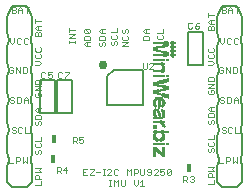
<source format=gto>
G75*
%MOIN*%
%OFA0B0*%
%FSLAX24Y24*%
%IPPOS*%
%LPD*%
%AMOC8*
5,1,8,0,0,1.08239X$1,22.5*
%
%ADD10C,0.0040*%
%ADD11C,0.0080*%
%ADD12R,0.0007X0.0042*%
%ADD13R,0.0007X0.0035*%
%ADD14R,0.0007X0.0028*%
%ADD15R,0.0007X0.0099*%
%ADD16R,0.0007X0.0106*%
%ADD17R,0.0007X0.0092*%
%ADD18R,0.0007X0.0120*%
%ADD19R,0.0007X0.0113*%
%ADD20R,0.0007X0.0085*%
%ADD21R,0.0007X0.0333*%
%ADD22R,0.0007X0.0099*%
%ADD23R,0.0007X0.0106*%
%ADD24R,0.0007X0.0092*%
%ADD25R,0.0007X0.0163*%
%ADD26R,0.0007X0.0149*%
%ADD27R,0.0007X0.0092*%
%ADD28R,0.0007X0.0127*%
%ADD29R,0.0007X0.0333*%
%ADD30R,0.0007X0.0099*%
%ADD31R,0.0007X0.0106*%
%ADD32R,0.0007X0.0092*%
%ADD33R,0.0007X0.0113*%
%ADD34R,0.0007X0.0191*%
%ADD35R,0.0007X0.0177*%
%ADD36R,0.0007X0.0092*%
%ADD37R,0.0007X0.0149*%
%ADD38R,0.0007X0.0333*%
%ADD39R,0.0007X0.0120*%
%ADD40R,0.0007X0.0212*%
%ADD41R,0.0007X0.0191*%
%ADD42R,0.0007X0.0092*%
%ADD43R,0.0007X0.0177*%
%ADD44R,0.0007X0.0120*%
%ADD45R,0.0007X0.0234*%
%ADD46R,0.0007X0.0205*%
%ADD47R,0.0007X0.0099*%
%ADD48R,0.0007X0.0120*%
%ADD49R,0.0007X0.0092*%
%ADD50R,0.0007X0.0113*%
%ADD51R,0.0007X0.0120*%
%ADD52R,0.0007X0.0255*%
%ADD53R,0.0007X0.0220*%
%ADD54R,0.0007X0.0092*%
%ADD55R,0.0007X0.0106*%
%ADD56R,0.0007X0.0198*%
%ADD57R,0.0007X0.0333*%
%ADD58R,0.0007X0.0135*%
%ADD59R,0.0007X0.0127*%
%ADD60R,0.0007X0.0269*%
%ADD61R,0.0007X0.0326*%
%ADD62R,0.0007X0.0212*%
%ADD63R,0.0007X0.0135*%
%ADD64R,0.0007X0.0127*%
%ADD65R,0.0007X0.0127*%
%ADD66R,0.0007X0.0283*%
%ADD67R,0.0007X0.0333*%
%ADD68R,0.0007X0.0227*%
%ADD69R,0.0007X0.0135*%
%ADD70R,0.0007X0.0127*%
%ADD71R,0.0007X0.0290*%
%ADD72R,0.0007X0.0333*%
%ADD73R,0.0007X0.0135*%
%ADD74R,0.0007X0.0297*%
%ADD75R,0.0007X0.0340*%
%ADD76R,0.0007X0.0149*%
%ADD77R,0.0007X0.0135*%
%ADD78R,0.0007X0.0142*%
%ADD79R,0.0007X0.0312*%
%ADD80R,0.0007X0.0156*%
%ADD81R,0.0007X0.0340*%
%ADD82R,0.0007X0.0142*%
%ADD83R,0.0007X0.0120*%
%ADD84R,0.0007X0.0142*%
%ADD85R,0.0007X0.0326*%
%ADD86R,0.0007X0.0149*%
%ADD87R,0.0007X0.0142*%
%ADD88R,0.0007X0.0106*%
%ADD89R,0.0007X0.0127*%
%ADD90R,0.0007X0.0135*%
%ADD91R,0.0007X0.0113*%
%ADD92R,0.0007X0.0163*%
%ADD93R,0.0007X0.0163*%
%ADD94R,0.0007X0.0156*%
%ADD95R,0.0007X0.0113*%
%ADD96R,0.0007X0.0120*%
%ADD97R,0.0007X0.0163*%
%ADD98R,0.0007X0.0163*%
%ADD99R,0.0007X0.0085*%
%ADD100R,0.0007X0.0170*%
%ADD101R,0.0007X0.0177*%
%ADD102R,0.0007X0.0085*%
%ADD103R,0.0007X0.0078*%
%ADD104R,0.0007X0.0177*%
%ADD105R,0.0007X0.0106*%
%ADD106R,0.0007X0.0113*%
%ADD107R,0.0007X0.0085*%
%ADD108R,0.0007X0.0177*%
%ADD109R,0.0007X0.0085*%
%ADD110R,0.0007X0.0177*%
%ADD111R,0.0007X0.0177*%
%ADD112R,0.0007X0.0099*%
%ADD113R,0.0007X0.0184*%
%ADD114R,0.0007X0.0099*%
%ADD115R,0.0007X0.0368*%
%ADD116R,0.0007X0.0191*%
%ADD117R,0.0007X0.0368*%
%ADD118R,0.0007X0.0163*%
%ADD119R,0.0007X0.0184*%
%ADD120R,0.0007X0.0368*%
%ADD121R,0.0007X0.0290*%
%ADD122R,0.0007X0.0113*%
%ADD123R,0.0007X0.0085*%
%ADD124R,0.0007X0.0368*%
%ADD125R,0.0007X0.0276*%
%ADD126R,0.0007X0.0361*%
%ADD127R,0.0007X0.0255*%
%ADD128R,0.0007X0.0085*%
%ADD129R,0.0007X0.0361*%
%ADD130R,0.0007X0.0220*%
%ADD131R,0.0007X0.0361*%
%ADD132R,0.0007X0.0099*%
%ADD133R,0.0007X0.0106*%
%ADD134R,0.0007X0.0106*%
%ADD135R,0.0007X0.0120*%
%ADD136R,0.0007X0.0219*%
%ADD137R,0.0007X0.0142*%
%ADD138R,0.0007X0.0219*%
%ADD139R,0.0007X0.0312*%
%ADD140R,0.0007X0.0219*%
%ADD141R,0.0007X0.0347*%
%ADD142R,0.0007X0.0312*%
%ADD143R,0.0007X0.0304*%
%ADD144R,0.0007X0.0340*%
%ADD145R,0.0007X0.0312*%
%ADD146R,0.0007X0.0234*%
%ADD147R,0.0007X0.0297*%
%ADD148R,0.0007X0.0219*%
%ADD149R,0.0007X0.0312*%
%ADD150R,0.0007X0.0227*%
%ADD151R,0.0007X0.0283*%
%ADD152R,0.0007X0.0290*%
%ADD153R,0.0007X0.0269*%
%ADD154R,0.0007X0.0205*%
%ADD155R,0.0007X0.0184*%
%ADD156R,0.0007X0.0255*%
%ADD157R,0.0007X0.0198*%
%ADD158R,0.0007X0.0191*%
%ADD159R,0.0007X0.0184*%
%ADD160R,0.0007X0.0241*%
%ADD161R,0.0007X0.0255*%
%ADD162R,0.0007X0.0191*%
%ADD163R,0.0007X0.0198*%
%ADD164R,0.0007X0.0184*%
%ADD165R,0.0007X0.0234*%
%ADD166R,0.0007X0.0212*%
%ADD167R,0.0007X0.0184*%
%ADD168R,0.0007X0.0170*%
%ADD169R,0.0007X0.0170*%
%ADD170R,0.0007X0.0156*%
%ADD171R,0.0007X0.0035*%
%ADD172R,0.0007X0.0170*%
%ADD173R,0.0007X0.0042*%
%ADD174R,0.0007X0.0064*%
%ADD175R,0.0007X0.0028*%
%ADD176R,0.0007X0.0035*%
%ADD177R,0.0007X0.0156*%
%ADD178R,0.0007X0.0177*%
%ADD179R,0.0007X0.0170*%
%ADD180R,0.0007X0.0028*%
%ADD181R,0.0007X0.0028*%
%ADD182R,0.0007X0.0057*%
%ADD183R,0.0007X0.0057*%
%ADD184R,0.0007X0.0042*%
%ADD185R,0.0007X0.0043*%
%ADD186R,0.0007X0.0050*%
%ADD187R,0.0007X0.0050*%
%ADD188R,0.0007X0.0043*%
%ADD189R,0.0007X0.0043*%
%ADD190R,0.0007X0.0035*%
%ADD191R,0.0007X0.0035*%
%ADD192R,0.0007X0.0078*%
%ADD193R,0.0007X0.0064*%
%ADD194C,0.0050*%
%ADD195C,0.0300*%
%ADD196R,0.0160X0.0280*%
D10*
X002242Y001693D02*
X002442Y001693D01*
X002442Y001827D01*
X002442Y001914D02*
X002242Y001914D01*
X002242Y002014D01*
X002276Y002048D01*
X002342Y002048D01*
X002376Y002014D01*
X002376Y001914D01*
X002442Y002135D02*
X002242Y002135D01*
X002376Y002202D02*
X002442Y002269D01*
X002242Y002269D01*
X002376Y002202D02*
X002442Y002135D01*
X001955Y002441D02*
X001955Y002642D01*
X001822Y002642D02*
X001822Y002441D01*
X001889Y002508D01*
X001955Y002441D01*
X001734Y002542D02*
X001701Y002508D01*
X001601Y002508D01*
X001601Y002441D02*
X001601Y002642D01*
X001701Y002642D01*
X001734Y002608D01*
X001734Y002542D01*
X001513Y002441D02*
X001380Y002441D01*
X001380Y002642D01*
X001492Y003426D02*
X001459Y003459D01*
X001492Y003426D02*
X001559Y003426D01*
X001592Y003459D01*
X001592Y003492D01*
X001559Y003526D01*
X001492Y003526D01*
X001459Y003559D01*
X001459Y003592D01*
X001492Y003626D01*
X001559Y003626D01*
X001592Y003592D01*
X001680Y003592D02*
X001680Y003459D01*
X001713Y003426D01*
X001780Y003426D01*
X001813Y003459D01*
X001901Y003426D02*
X002034Y003426D01*
X001901Y003426D02*
X001901Y003626D01*
X001813Y003592D02*
X001780Y003626D01*
X001713Y003626D01*
X001680Y003592D01*
X002242Y003735D02*
X002276Y003701D01*
X002309Y003701D01*
X002342Y003735D01*
X002342Y003801D01*
X002376Y003835D01*
X002409Y003835D01*
X002442Y003801D01*
X002442Y003735D01*
X002409Y003701D01*
X002242Y003735D02*
X002242Y003801D01*
X002276Y003835D01*
X002242Y003922D02*
X002242Y004022D01*
X002276Y004056D01*
X002409Y004056D01*
X002442Y004022D01*
X002442Y003922D01*
X002242Y003922D01*
X002309Y004143D02*
X002242Y004210D01*
X002309Y004277D01*
X002442Y004277D01*
X002342Y004277D02*
X002342Y004143D01*
X002309Y004143D02*
X002442Y004143D01*
X001995Y004449D02*
X001995Y004583D01*
X001928Y004649D01*
X001861Y004583D01*
X001861Y004449D01*
X001774Y004483D02*
X001774Y004616D01*
X001740Y004649D01*
X001640Y004649D01*
X001640Y004449D01*
X001740Y004449D01*
X001774Y004483D01*
X001861Y004549D02*
X001995Y004549D01*
X002242Y004680D02*
X002276Y004646D01*
X002409Y004646D01*
X002442Y004680D01*
X002442Y004746D01*
X002409Y004780D01*
X002342Y004780D01*
X002342Y004713D01*
X002342Y004780D01*
X002409Y004780D01*
X002442Y004746D01*
X002442Y004680D01*
X002409Y004646D01*
X002276Y004646D01*
X002242Y004680D01*
X002242Y004746D01*
X002276Y004780D01*
X002242Y004746D01*
X002242Y004680D01*
X002242Y004867D02*
X002442Y005001D01*
X002242Y005001D01*
X002442Y005001D01*
X002242Y004867D01*
X002442Y004867D01*
X002242Y004867D01*
X002242Y005088D02*
X002242Y005188D01*
X002276Y005222D01*
X002409Y005222D01*
X002442Y005188D01*
X002442Y005088D01*
X002242Y005088D01*
X002242Y005188D01*
X002276Y005222D01*
X002409Y005222D01*
X002442Y005188D01*
X002442Y005088D01*
X002242Y005088D01*
X002451Y005319D02*
X002484Y005286D01*
X002551Y005286D01*
X002584Y005319D01*
X002672Y005319D02*
X002705Y005286D01*
X002772Y005286D01*
X002805Y005319D01*
X002805Y005386D01*
X002772Y005419D01*
X002738Y005419D01*
X002672Y005386D01*
X002672Y005486D01*
X002805Y005486D01*
X003007Y005450D02*
X003007Y005317D01*
X003040Y005283D01*
X003107Y005283D01*
X003140Y005317D01*
X003228Y005317D02*
X003228Y005283D01*
X003228Y005317D02*
X003361Y005450D01*
X003361Y005483D01*
X003228Y005483D01*
X003140Y005450D02*
X003107Y005483D01*
X003040Y005483D01*
X003007Y005450D01*
X002584Y005452D02*
X002551Y005486D01*
X002484Y005486D01*
X002451Y005452D01*
X002451Y005319D01*
X002379Y005715D02*
X002246Y005715D01*
X002379Y005715D02*
X002446Y005782D01*
X002379Y005849D01*
X002246Y005849D01*
X002279Y005936D02*
X002413Y005936D01*
X002446Y005970D01*
X002446Y006037D01*
X002413Y006070D01*
X002413Y006157D02*
X002279Y006157D01*
X002246Y006191D01*
X002246Y006258D01*
X002279Y006291D01*
X002413Y006291D02*
X002446Y006258D01*
X002446Y006191D01*
X002413Y006157D01*
X002279Y006070D02*
X002246Y006037D01*
X002246Y005970D01*
X002279Y005936D01*
X001955Y005600D02*
X001922Y005634D01*
X001822Y005634D01*
X001822Y005434D01*
X001922Y005434D01*
X001955Y005467D01*
X001955Y005600D01*
X001734Y005634D02*
X001734Y005434D01*
X001601Y005634D01*
X001601Y005434D01*
X001513Y005467D02*
X001513Y005534D01*
X001447Y005534D01*
X001513Y005600D02*
X001480Y005634D01*
X001413Y005634D01*
X001380Y005600D01*
X001380Y005467D01*
X001413Y005434D01*
X001480Y005434D01*
X001513Y005467D01*
X001519Y004649D02*
X001453Y004649D01*
X001419Y004616D01*
X001419Y004583D01*
X001453Y004549D01*
X001519Y004549D01*
X001553Y004516D01*
X001553Y004483D01*
X001519Y004449D01*
X001453Y004449D01*
X001419Y004483D01*
X001553Y004616D02*
X001519Y004649D01*
X002434Y003316D02*
X002434Y003183D01*
X002234Y003183D01*
X002268Y003095D02*
X002234Y003062D01*
X002234Y002995D01*
X002268Y002962D01*
X002401Y002962D01*
X002434Y002995D01*
X002434Y003062D01*
X002401Y003095D01*
X002401Y002874D02*
X002434Y002841D01*
X002434Y002774D01*
X002401Y002741D01*
X002334Y002774D02*
X002334Y002841D01*
X002368Y002874D01*
X002401Y002874D01*
X002334Y002774D02*
X002301Y002741D01*
X002268Y002741D01*
X002234Y002774D01*
X002234Y002841D01*
X002268Y002874D01*
X002962Y002299D02*
X003062Y002299D01*
X003095Y002266D01*
X003095Y002199D01*
X003062Y002166D01*
X002962Y002166D01*
X003028Y002166D02*
X003095Y002099D01*
X003183Y002199D02*
X003316Y002199D01*
X003283Y002099D02*
X003283Y002299D01*
X003183Y002199D01*
X002962Y002099D02*
X002962Y002299D01*
X003836Y002243D02*
X003836Y002043D01*
X003969Y002043D01*
X004057Y002043D02*
X004057Y002077D01*
X004190Y002210D01*
X004190Y002243D01*
X004057Y002243D01*
X003969Y002243D02*
X003836Y002243D01*
X003836Y002143D02*
X003902Y002143D01*
X004057Y002043D02*
X004190Y002043D01*
X004278Y002143D02*
X004411Y002143D01*
X004499Y002043D02*
X004565Y002043D01*
X004532Y002043D02*
X004532Y002243D01*
X004499Y002243D02*
X004565Y002243D01*
X004646Y002210D02*
X004679Y002243D01*
X004746Y002243D01*
X004779Y002210D01*
X004779Y002177D01*
X004646Y002043D01*
X004779Y002043D01*
X004867Y002077D02*
X004900Y002043D01*
X004967Y002043D01*
X005000Y002077D01*
X005000Y002210D02*
X004967Y002243D01*
X004900Y002243D01*
X004867Y002210D01*
X004867Y002077D01*
X004867Y001883D02*
X004934Y001817D01*
X005000Y001883D01*
X005000Y001683D01*
X005088Y001717D02*
X005121Y001683D01*
X005188Y001683D01*
X005221Y001717D01*
X005221Y001883D01*
X005309Y002043D02*
X005309Y002243D01*
X005376Y002177D01*
X005442Y002243D01*
X005442Y002043D01*
X005530Y002043D02*
X005530Y002243D01*
X005630Y002243D01*
X005663Y002210D01*
X005663Y002143D01*
X005630Y002110D01*
X005530Y002110D01*
X005530Y001883D02*
X005530Y001750D01*
X005597Y001683D01*
X005663Y001750D01*
X005663Y001883D01*
X005751Y001817D02*
X005818Y001883D01*
X005818Y001683D01*
X005884Y001683D02*
X005751Y001683D01*
X005784Y002043D02*
X005851Y002043D01*
X005884Y002077D01*
X005884Y002243D01*
X005972Y002210D02*
X005972Y002177D01*
X006005Y002143D01*
X006105Y002143D01*
X006105Y002077D02*
X006105Y002210D01*
X006072Y002243D01*
X006005Y002243D01*
X005972Y002210D01*
X005972Y002077D02*
X006005Y002043D01*
X006072Y002043D01*
X006105Y002077D01*
X006193Y002043D02*
X006326Y002177D01*
X006326Y002210D01*
X006293Y002243D01*
X006226Y002243D01*
X006193Y002210D01*
X006193Y002043D02*
X006326Y002043D01*
X006414Y002077D02*
X006447Y002043D01*
X006514Y002043D01*
X006547Y002077D01*
X006547Y002143D01*
X006514Y002177D01*
X006481Y002177D01*
X006414Y002143D01*
X006414Y002243D01*
X006547Y002243D01*
X006635Y002210D02*
X006635Y002077D01*
X006768Y002210D01*
X006768Y002077D01*
X006735Y002043D01*
X006668Y002043D01*
X006635Y002077D01*
X006635Y002210D02*
X006668Y002243D01*
X006735Y002243D01*
X006768Y002210D01*
X007185Y002005D02*
X007185Y001805D01*
X007185Y001872D02*
X007285Y001872D01*
X007318Y001905D01*
X007318Y001972D01*
X007285Y002005D01*
X007185Y002005D01*
X007251Y001872D02*
X007318Y001805D01*
X007406Y001838D02*
X007439Y001805D01*
X007506Y001805D01*
X007539Y001838D01*
X007539Y001872D01*
X007506Y001905D01*
X007472Y001905D01*
X007506Y001905D02*
X007539Y001939D01*
X007539Y001972D01*
X007506Y002005D01*
X007439Y002005D01*
X007406Y001972D01*
X008018Y001958D02*
X008018Y002058D01*
X008051Y002091D01*
X008118Y002091D01*
X008151Y002058D01*
X008151Y001958D01*
X008218Y001958D02*
X008018Y001958D01*
X008218Y001870D02*
X008218Y001737D01*
X008018Y001737D01*
X008018Y002179D02*
X008218Y002179D01*
X008151Y002245D01*
X008218Y002312D01*
X008018Y002312D01*
X008380Y002441D02*
X008513Y002441D01*
X008601Y002441D02*
X008601Y002642D01*
X008701Y002642D01*
X008734Y002608D01*
X008734Y002542D01*
X008701Y002508D01*
X008601Y002508D01*
X008822Y002441D02*
X008822Y002642D01*
X008955Y002642D02*
X008955Y002441D01*
X008889Y002508D01*
X008822Y002441D01*
X008380Y002441D02*
X008380Y002642D01*
X008218Y002833D02*
X008185Y002800D01*
X008218Y002833D02*
X008218Y002900D01*
X008185Y002933D01*
X008151Y002933D01*
X008118Y002900D01*
X008118Y002833D01*
X008085Y002800D01*
X008051Y002800D01*
X008018Y002833D01*
X008018Y002900D01*
X008051Y002933D01*
X008051Y003021D02*
X008185Y003021D01*
X008218Y003054D01*
X008218Y003121D01*
X008185Y003154D01*
X008218Y003242D02*
X008018Y003242D01*
X008051Y003154D02*
X008018Y003121D01*
X008018Y003054D01*
X008051Y003021D01*
X008218Y003242D02*
X008218Y003375D01*
X008459Y003459D02*
X008492Y003426D01*
X008559Y003426D01*
X008592Y003459D01*
X008592Y003492D01*
X008559Y003526D01*
X008492Y003526D01*
X008459Y003559D01*
X008459Y003592D01*
X008492Y003626D01*
X008559Y003626D01*
X008592Y003592D01*
X008680Y003592D02*
X008680Y003459D01*
X008713Y003426D01*
X008780Y003426D01*
X008813Y003459D01*
X008901Y003426D02*
X009034Y003426D01*
X008901Y003426D02*
X008901Y003626D01*
X008813Y003592D02*
X008780Y003626D01*
X008713Y003626D01*
X008680Y003592D01*
X008218Y003778D02*
X008185Y003745D01*
X008218Y003778D02*
X008218Y003845D01*
X008185Y003878D01*
X008151Y003878D01*
X008118Y003845D01*
X008118Y003778D01*
X008085Y003745D01*
X008051Y003745D01*
X008018Y003778D01*
X008018Y003845D01*
X008051Y003878D01*
X008018Y003966D02*
X008018Y004066D01*
X008051Y004099D01*
X008185Y004099D01*
X008218Y004066D01*
X008218Y003966D01*
X008018Y003966D01*
X008085Y004187D02*
X008018Y004253D01*
X008085Y004320D01*
X008218Y004320D01*
X008118Y004320D02*
X008118Y004187D01*
X008085Y004187D02*
X008218Y004187D01*
X008453Y004449D02*
X008419Y004483D01*
X008453Y004449D02*
X008519Y004449D01*
X008553Y004483D01*
X008553Y004516D01*
X008519Y004549D01*
X008453Y004549D01*
X008419Y004583D01*
X008419Y004616D01*
X008453Y004649D01*
X008519Y004649D01*
X008553Y004616D01*
X008640Y004649D02*
X008740Y004649D01*
X008774Y004616D01*
X008774Y004483D01*
X008740Y004449D01*
X008640Y004449D01*
X008640Y004649D01*
X008861Y004583D02*
X008861Y004449D01*
X008861Y004549D02*
X008995Y004549D01*
X008995Y004583D02*
X008995Y004449D01*
X008995Y004583D02*
X008928Y004649D01*
X008861Y004583D01*
X008218Y004762D02*
X008218Y004829D01*
X008185Y004862D01*
X008118Y004862D01*
X008118Y004796D01*
X008051Y004862D02*
X008018Y004829D01*
X008018Y004762D01*
X008051Y004729D01*
X008185Y004729D01*
X008218Y004762D01*
X008218Y004950D02*
X008018Y004950D01*
X008218Y005083D01*
X008018Y005083D01*
X008018Y005171D02*
X008018Y005271D01*
X008051Y005304D01*
X008185Y005304D01*
X008218Y005271D01*
X008218Y005171D01*
X008018Y005171D01*
X008380Y005467D02*
X008413Y005434D01*
X008480Y005434D01*
X008513Y005467D01*
X008513Y005534D01*
X008447Y005534D01*
X008513Y005600D02*
X008480Y005634D01*
X008413Y005634D01*
X008380Y005600D01*
X008380Y005467D01*
X008601Y005434D02*
X008601Y005634D01*
X008734Y005434D01*
X008734Y005634D01*
X008822Y005634D02*
X008922Y005634D01*
X008955Y005600D01*
X008955Y005467D01*
X008922Y005434D01*
X008822Y005434D01*
X008822Y005634D01*
X008218Y005780D02*
X008151Y005847D01*
X008018Y005847D01*
X008051Y005934D02*
X008185Y005934D01*
X008218Y005967D01*
X008218Y006034D01*
X008185Y006068D01*
X008185Y006155D02*
X008051Y006155D01*
X008018Y006188D01*
X008018Y006255D01*
X008051Y006288D01*
X008185Y006288D02*
X008218Y006255D01*
X008218Y006188D01*
X008185Y006155D01*
X008051Y006068D02*
X008018Y006034D01*
X008018Y005967D01*
X008051Y005934D01*
X008218Y005780D02*
X008151Y005713D01*
X008018Y005713D01*
X008486Y006418D02*
X008553Y006485D01*
X008553Y006618D01*
X008640Y006585D02*
X008640Y006451D01*
X008674Y006418D01*
X008740Y006418D01*
X008774Y006451D01*
X008861Y006451D02*
X008895Y006418D01*
X008961Y006418D01*
X008995Y006451D01*
X008861Y006451D02*
X008861Y006585D01*
X008895Y006618D01*
X008961Y006618D01*
X008995Y006585D01*
X008774Y006585D02*
X008740Y006618D01*
X008674Y006618D01*
X008640Y006585D01*
X008419Y006618D02*
X008419Y006485D01*
X008486Y006418D01*
X008194Y006863D02*
X007994Y006863D01*
X007994Y006963D01*
X008028Y006996D01*
X008061Y006996D01*
X008094Y006963D01*
X008094Y006863D01*
X008094Y006963D02*
X008128Y006996D01*
X008161Y006996D01*
X008194Y006963D01*
X008194Y006863D01*
X008194Y007084D02*
X008061Y007084D01*
X007994Y007150D01*
X008061Y007217D01*
X008194Y007217D01*
X008094Y007217D02*
X008094Y007084D01*
X007994Y007305D02*
X007994Y007438D01*
X007994Y007371D02*
X008194Y007371D01*
X008459Y007441D02*
X008559Y007441D01*
X008592Y007475D01*
X008592Y007508D01*
X008559Y007542D01*
X008459Y007542D01*
X008459Y007642D02*
X008459Y007441D01*
X008559Y007542D02*
X008592Y007575D01*
X008592Y007608D01*
X008559Y007642D01*
X008459Y007642D01*
X008680Y007575D02*
X008680Y007441D01*
X008680Y007542D02*
X008813Y007542D01*
X008813Y007575D02*
X008813Y007441D01*
X008813Y007575D02*
X008746Y007642D01*
X008680Y007575D01*
X008901Y007642D02*
X009034Y007642D01*
X008967Y007642D02*
X008967Y007441D01*
X007706Y007124D02*
X007640Y007091D01*
X007573Y007024D01*
X007673Y007024D01*
X007706Y006991D01*
X007706Y006958D01*
X007673Y006924D01*
X007606Y006924D01*
X007573Y006958D01*
X007573Y007024D01*
X007485Y006958D02*
X007452Y006924D01*
X007385Y006924D01*
X007352Y006958D01*
X007352Y007091D01*
X007385Y007124D01*
X007452Y007124D01*
X007485Y007091D01*
X006520Y006916D02*
X006520Y006783D01*
X006320Y006783D01*
X006353Y006695D02*
X006320Y006662D01*
X006320Y006595D01*
X006353Y006562D01*
X006487Y006562D01*
X006520Y006595D01*
X006520Y006662D01*
X006487Y006695D01*
X006049Y006657D02*
X006049Y006557D01*
X005849Y006557D01*
X005849Y006657D01*
X005883Y006690D01*
X006016Y006690D01*
X006049Y006657D01*
X006049Y006778D02*
X005916Y006778D01*
X005849Y006844D01*
X005916Y006911D01*
X006049Y006911D01*
X005949Y006911D02*
X005949Y006778D01*
X005324Y006809D02*
X005290Y006776D01*
X005324Y006809D02*
X005324Y006876D01*
X005290Y006909D01*
X005257Y006909D01*
X005224Y006876D01*
X005224Y006809D01*
X005190Y006776D01*
X005157Y006776D01*
X005124Y006809D01*
X005124Y006876D01*
X005157Y006909D01*
X004983Y006939D02*
X004983Y006805D01*
X004783Y006805D01*
X004816Y006718D02*
X004783Y006685D01*
X004783Y006618D01*
X004816Y006584D01*
X004949Y006584D01*
X004983Y006618D01*
X004983Y006685D01*
X004949Y006718D01*
X005124Y006655D02*
X005124Y006588D01*
X005157Y006555D01*
X005290Y006555D01*
X005324Y006588D01*
X005324Y006655D01*
X005290Y006688D01*
X005157Y006688D02*
X005124Y006655D01*
X005124Y006467D02*
X005324Y006467D01*
X005124Y006334D01*
X005324Y006334D01*
X004983Y006397D02*
X004949Y006363D01*
X004983Y006397D02*
X004983Y006464D01*
X004949Y006497D01*
X004916Y006497D01*
X004883Y006464D01*
X004883Y006397D01*
X004849Y006363D01*
X004816Y006363D01*
X004783Y006397D01*
X004783Y006464D01*
X004816Y006497D01*
X004579Y006551D02*
X004579Y006651D01*
X004546Y006684D01*
X004412Y006684D01*
X004379Y006651D01*
X004379Y006551D01*
X004579Y006551D01*
X004546Y006463D02*
X004579Y006430D01*
X004579Y006363D01*
X004546Y006330D01*
X004479Y006363D02*
X004479Y006430D01*
X004513Y006463D01*
X004546Y006463D01*
X004479Y006363D02*
X004446Y006330D01*
X004412Y006330D01*
X004379Y006363D01*
X004379Y006430D01*
X004412Y006463D01*
X004061Y006469D02*
X003928Y006469D01*
X003861Y006402D01*
X003928Y006335D01*
X004061Y006335D01*
X003961Y006335D02*
X003961Y006469D01*
X003861Y006556D02*
X003861Y006656D01*
X003894Y006690D01*
X004028Y006690D01*
X004061Y006656D01*
X004061Y006556D01*
X003861Y006556D01*
X003894Y006777D02*
X003861Y006810D01*
X003861Y006877D01*
X003894Y006911D01*
X004028Y006777D01*
X004061Y006810D01*
X004061Y006877D01*
X004028Y006911D01*
X003894Y006911D01*
X003894Y006777D02*
X004028Y006777D01*
X004379Y006838D02*
X004446Y006905D01*
X004579Y006905D01*
X004479Y006905D02*
X004479Y006772D01*
X004446Y006772D02*
X004379Y006838D01*
X004446Y006772D02*
X004579Y006772D01*
X003559Y006732D02*
X003359Y006732D01*
X003359Y006819D02*
X003359Y006953D01*
X003359Y006886D02*
X003559Y006886D01*
X003559Y006732D02*
X003359Y006598D01*
X003559Y006598D01*
X003559Y006518D02*
X003559Y006451D01*
X003559Y006484D02*
X003359Y006484D01*
X003359Y006451D02*
X003359Y006518D01*
X002430Y006662D02*
X002430Y006762D01*
X002397Y006796D01*
X002364Y006796D01*
X002330Y006762D01*
X002330Y006662D01*
X002230Y006662D02*
X002230Y006762D01*
X002264Y006796D01*
X002297Y006796D01*
X002330Y006762D01*
X002330Y006883D02*
X002330Y007017D01*
X002297Y007017D02*
X002430Y007017D01*
X002297Y007017D02*
X002230Y006950D01*
X002297Y006883D01*
X002430Y006883D01*
X002430Y006662D02*
X002230Y006662D01*
X001995Y006585D02*
X001961Y006618D01*
X001895Y006618D01*
X001861Y006585D01*
X001861Y006451D01*
X001895Y006418D01*
X001961Y006418D01*
X001995Y006451D01*
X001774Y006451D02*
X001740Y006418D01*
X001674Y006418D01*
X001640Y006451D01*
X001640Y006585D01*
X001674Y006618D01*
X001740Y006618D01*
X001774Y006585D01*
X001553Y006618D02*
X001553Y006485D01*
X001486Y006418D01*
X001419Y006485D01*
X001419Y006618D01*
X002230Y007104D02*
X002230Y007238D01*
X002230Y007171D02*
X002430Y007171D01*
X001967Y007441D02*
X001967Y007642D01*
X001901Y007642D02*
X002034Y007642D01*
X001813Y007575D02*
X001813Y007441D01*
X001813Y007542D02*
X001680Y007542D01*
X001680Y007575D02*
X001746Y007642D01*
X001813Y007575D01*
X001680Y007575D02*
X001680Y007441D01*
X001592Y007475D02*
X001592Y007508D01*
X001559Y007542D01*
X001459Y007542D01*
X001459Y007642D02*
X001459Y007441D01*
X001559Y007441D01*
X001592Y007475D01*
X001559Y007542D02*
X001592Y007575D01*
X001592Y007608D01*
X001559Y007642D01*
X001459Y007642D01*
X005826Y005773D02*
X005826Y005606D01*
X005859Y005573D01*
X005926Y005573D01*
X005959Y005606D01*
X005959Y005773D01*
X006047Y005740D02*
X006080Y005773D01*
X006147Y005773D01*
X006180Y005740D01*
X006180Y005706D01*
X006047Y005573D01*
X006180Y005573D01*
X003849Y003296D02*
X003716Y003296D01*
X003716Y003196D01*
X003783Y003229D01*
X003816Y003229D01*
X003849Y003196D01*
X003849Y003129D01*
X003816Y003096D01*
X003749Y003096D01*
X003716Y003129D01*
X003628Y003096D02*
X003562Y003163D01*
X003595Y003163D02*
X003495Y003163D01*
X003495Y003096D02*
X003495Y003296D01*
X003595Y003296D01*
X003628Y003263D01*
X003628Y003196D01*
X003595Y003163D01*
X004720Y001883D02*
X004786Y001883D01*
X004753Y001883D02*
X004753Y001683D01*
X004720Y001683D02*
X004786Y001683D01*
X004867Y001683D02*
X004867Y001883D01*
X005088Y001883D02*
X005088Y001717D01*
X005751Y002077D02*
X005784Y002043D01*
X005751Y002077D02*
X005751Y002243D01*
D11*
X001480Y001634D02*
X001309Y001805D01*
X001309Y002305D01*
X001362Y002555D01*
X001309Y002805D01*
X001309Y003305D01*
X001362Y003555D01*
X001309Y003805D01*
X001309Y004305D01*
X001362Y004555D01*
X001309Y004805D01*
X001309Y005305D01*
X001362Y005555D01*
X001309Y005805D01*
X001309Y006305D01*
X001362Y006555D01*
X001309Y006805D01*
X001309Y007305D01*
X001480Y007673D01*
X001980Y007673D01*
X002151Y007305D01*
X002151Y006805D01*
X002098Y006555D01*
X002151Y006305D01*
X002151Y005805D01*
X002098Y005555D01*
X002151Y005305D01*
X002151Y004805D01*
X002098Y004555D01*
X002151Y004305D01*
X002151Y003805D01*
X002098Y003555D01*
X002151Y003305D01*
X002151Y002805D01*
X002098Y002555D01*
X002151Y002305D01*
X002151Y001805D01*
X001980Y001634D01*
X001480Y001634D01*
X008309Y001805D02*
X008480Y001634D01*
X008980Y001634D01*
X009151Y001805D01*
X009151Y002305D01*
X009098Y002555D01*
X009151Y002805D01*
X009151Y003305D01*
X009098Y003555D01*
X009151Y003805D01*
X009151Y004305D01*
X009098Y004555D01*
X009151Y004805D01*
X009151Y005305D01*
X009098Y005555D01*
X009151Y005805D01*
X009151Y006305D01*
X009098Y006555D01*
X009151Y006805D01*
X009151Y007305D01*
X008980Y007673D01*
X008480Y007673D01*
X008309Y007305D01*
X008309Y006805D01*
X008362Y006555D01*
X008309Y006305D01*
X008309Y005805D01*
X008362Y005555D01*
X008309Y005305D01*
X008309Y004805D01*
X008362Y004555D01*
X008309Y004305D01*
X008309Y003805D01*
X008362Y003555D01*
X008309Y003305D01*
X008309Y002805D01*
X008362Y002555D01*
X008309Y002305D01*
X008309Y001805D01*
D12*
X006188Y004450D03*
X006839Y005987D03*
X006882Y006001D03*
X006839Y006072D03*
X006832Y006072D03*
X006839Y006121D03*
X006882Y006136D03*
X006839Y006206D03*
X006832Y006206D03*
X006839Y006256D03*
X006882Y006270D03*
X006783Y006298D03*
X006783Y006433D03*
X006832Y006475D03*
X006839Y006475D03*
X006882Y006405D03*
X006783Y006164D03*
X006783Y006029D03*
D13*
X006931Y006436D03*
X006188Y004121D03*
D14*
X006592Y003650D03*
X006188Y003324D03*
D15*
X006195Y003324D03*
X006344Y003211D03*
X006358Y003211D03*
X006393Y003211D03*
X006407Y003211D03*
X006457Y003218D03*
X006457Y003069D03*
X006443Y003069D03*
X006407Y003069D03*
X006393Y003069D03*
X006358Y003069D03*
X006344Y003069D03*
X006308Y003069D03*
X006294Y003069D03*
X006266Y003069D03*
X006245Y003069D03*
X006216Y003069D03*
X006195Y003069D03*
X006485Y003069D03*
X006507Y003069D03*
X006535Y003069D03*
X006556Y003069D03*
X006634Y003069D03*
X006662Y003069D03*
X006684Y003069D03*
X006712Y003069D03*
X006443Y003480D03*
X006407Y003806D03*
X006393Y003806D03*
X006358Y003806D03*
X006344Y003806D03*
X006308Y003806D03*
X006294Y003806D03*
X006266Y003806D03*
X006245Y003806D03*
X006216Y003806D03*
X006195Y003806D03*
X006344Y003955D03*
X006358Y003955D03*
X006457Y003955D03*
X006485Y003955D03*
X006485Y004181D03*
X006344Y004188D03*
X006308Y004330D03*
X006294Y004337D03*
X006443Y004330D03*
X006485Y004344D03*
X006457Y004585D03*
X006443Y004585D03*
X006308Y004578D03*
X006393Y004741D03*
X006407Y004734D03*
X006443Y004726D03*
X006457Y004719D03*
X006485Y004712D03*
X006443Y004861D03*
X006507Y004875D03*
X006393Y005123D03*
X006195Y005066D03*
X006195Y004797D03*
X006195Y005491D03*
X006216Y005491D03*
X006245Y005491D03*
X006266Y005491D03*
X006294Y005491D03*
X006308Y005491D03*
X006344Y005491D03*
X006358Y005491D03*
X006393Y005491D03*
X006407Y005491D03*
X006443Y005491D03*
X006457Y005491D03*
X006457Y005739D03*
X006443Y005739D03*
X006443Y005888D03*
X006457Y005888D03*
X006485Y005888D03*
X006507Y005888D03*
X006535Y005888D03*
X006556Y005888D03*
X006634Y005888D03*
X006662Y005888D03*
X006684Y005888D03*
X006712Y005888D03*
X006535Y006036D03*
X006507Y006036D03*
X006485Y006036D03*
X006457Y006036D03*
X006443Y006036D03*
X006407Y006036D03*
X006393Y006036D03*
X006358Y006036D03*
X006344Y006036D03*
X006308Y006036D03*
X006294Y006036D03*
X006266Y006036D03*
X006245Y006036D03*
X006216Y006036D03*
X006195Y006036D03*
X006195Y005888D03*
X006216Y005888D03*
X006245Y005888D03*
X006266Y005888D03*
X006294Y005888D03*
X006308Y005888D03*
X006344Y005888D03*
X006358Y005888D03*
X006393Y005888D03*
X006407Y005888D03*
X006407Y006440D03*
X006393Y006440D03*
X006358Y006440D03*
X006344Y006440D03*
X006308Y006440D03*
X006294Y006440D03*
X006266Y006440D03*
X006245Y006440D03*
X006216Y006440D03*
X006195Y006440D03*
X006443Y006440D03*
X006457Y006440D03*
X006485Y006440D03*
X006507Y006440D03*
X006535Y006440D03*
D16*
X006195Y006238D03*
X006485Y005502D03*
X006556Y005169D03*
X006535Y005162D03*
X006507Y005155D03*
X006485Y005148D03*
X006457Y005141D03*
X006407Y005126D03*
X006584Y005176D03*
X006507Y004709D03*
X006535Y004702D03*
X006556Y004695D03*
X006634Y004673D03*
X006662Y004666D03*
X006684Y004659D03*
X006712Y004652D03*
X006485Y004574D03*
X006294Y004574D03*
X006308Y003958D03*
X006443Y003958D03*
X006556Y003689D03*
X006457Y003477D03*
X006308Y003477D03*
X006294Y003625D03*
X006266Y003625D03*
X006245Y003625D03*
X006216Y003625D03*
X006195Y003625D03*
X006308Y003222D03*
D17*
X006344Y003484D03*
X006358Y003484D03*
X006393Y003484D03*
X006407Y003484D03*
X006535Y003484D03*
X006556Y003484D03*
X006584Y003484D03*
X006634Y003484D03*
X006662Y003484D03*
X006684Y003484D03*
X006712Y003484D03*
X006556Y003809D03*
X006535Y003809D03*
X006245Y003484D03*
X006216Y003484D03*
X006195Y003484D03*
X006457Y004192D03*
X006457Y004333D03*
X006344Y004588D03*
X006393Y004850D03*
X006407Y004850D03*
X006457Y004864D03*
X006485Y004872D03*
X006485Y004992D03*
X006457Y004999D03*
X006393Y005013D03*
X006393Y005346D03*
X006407Y005346D03*
X006443Y005346D03*
X006457Y005346D03*
X006485Y005346D03*
X006507Y005346D03*
X006535Y005346D03*
X006556Y005346D03*
X006634Y005346D03*
X006662Y005346D03*
X006684Y005346D03*
X006712Y005346D03*
X006358Y005346D03*
X006344Y005346D03*
X006308Y005346D03*
X006294Y005346D03*
X006266Y005346D03*
X006245Y005346D03*
X006216Y005346D03*
X006195Y005346D03*
X006195Y005743D03*
X006216Y005743D03*
X006245Y005743D03*
X006266Y005743D03*
X006294Y005743D03*
X006308Y005743D03*
X006344Y005743D03*
X006358Y005743D03*
X006393Y005743D03*
X006407Y005743D03*
X006535Y005743D03*
X006556Y005743D03*
X006811Y006033D03*
X006811Y006302D03*
X006811Y006436D03*
X006535Y006337D03*
X006507Y006330D03*
X006485Y006323D03*
X006407Y006302D03*
X006393Y006302D03*
X006344Y006288D03*
X006393Y006174D03*
X006507Y006146D03*
X006535Y006139D03*
D18*
X006507Y004553D03*
X006584Y004454D03*
X006195Y004454D03*
X006535Y003696D03*
X006485Y003470D03*
X006294Y003470D03*
X006443Y002769D03*
D19*
X006407Y002800D03*
X006344Y002857D03*
X006294Y002900D03*
X006294Y003232D03*
X006485Y003232D03*
X006294Y003962D03*
X006195Y004125D03*
X006266Y004188D03*
X006358Y004174D03*
X006507Y004167D03*
X006216Y004797D03*
X006216Y005066D03*
X006662Y005194D03*
X006684Y005201D03*
X006712Y005208D03*
X006485Y005732D03*
D20*
X006443Y006164D03*
X006407Y006171D03*
X006443Y006313D03*
X006195Y003948D03*
D21*
X006195Y002818D03*
X006216Y002818D03*
X006245Y002818D03*
X006266Y002818D03*
D22*
X006252Y003069D03*
X006301Y003069D03*
X006351Y003069D03*
X006400Y003069D03*
X006450Y003069D03*
X006499Y003069D03*
X006549Y003069D03*
X006669Y003069D03*
X006719Y003069D03*
X006450Y003218D03*
X006400Y003211D03*
X006351Y003211D03*
X006202Y003069D03*
X006450Y003480D03*
X006400Y003806D03*
X006351Y003806D03*
X006301Y003806D03*
X006252Y003806D03*
X006202Y003806D03*
X006351Y003955D03*
X006450Y003955D03*
X006499Y004174D03*
X006450Y004330D03*
X006301Y004337D03*
X006301Y004578D03*
X006450Y004585D03*
X006499Y004712D03*
X006450Y004726D03*
X006549Y004698D03*
X006202Y004797D03*
X006202Y005066D03*
X006400Y005123D03*
X006450Y005137D03*
X006499Y005151D03*
X006450Y005491D03*
X006400Y005491D03*
X006351Y005491D03*
X006301Y005491D03*
X006252Y005491D03*
X006202Y005491D03*
X006450Y005739D03*
X006450Y005888D03*
X006499Y005888D03*
X006549Y005888D03*
X006669Y005888D03*
X006719Y005888D03*
X006499Y006036D03*
X006450Y006036D03*
X006400Y006036D03*
X006351Y006036D03*
X006301Y006036D03*
X006252Y006036D03*
X006202Y006036D03*
X006202Y005888D03*
X006252Y005888D03*
X006301Y005888D03*
X006351Y005888D03*
X006400Y005888D03*
X006400Y006440D03*
X006351Y006440D03*
X006301Y006440D03*
X006252Y006440D03*
X006202Y006440D03*
X006450Y006440D03*
X006499Y006440D03*
D23*
X006202Y006238D03*
X006549Y005162D03*
X006669Y005197D03*
X006669Y004666D03*
X006499Y004355D03*
X006351Y004185D03*
X006301Y003958D03*
X006499Y003965D03*
X006252Y003625D03*
X006202Y003625D03*
X006301Y003229D03*
D24*
X006351Y003484D03*
X006400Y003484D03*
X006549Y003484D03*
X006669Y003484D03*
X006719Y003484D03*
X006549Y003809D03*
X006202Y003484D03*
X006400Y004850D03*
X006450Y004864D03*
X006499Y004872D03*
X006450Y004999D03*
X006450Y005346D03*
X006499Y005346D03*
X006549Y005346D03*
X006669Y005346D03*
X006719Y005346D03*
X006400Y005346D03*
X006351Y005346D03*
X006301Y005346D03*
X006252Y005346D03*
X006202Y005346D03*
X006202Y005743D03*
X006252Y005743D03*
X006301Y005743D03*
X006351Y005743D03*
X006400Y005743D03*
X006549Y005743D03*
X006499Y006146D03*
X006450Y006160D03*
X006400Y006302D03*
X006351Y006288D03*
X006499Y006330D03*
D25*
X006669Y006068D03*
X006202Y004454D03*
D26*
X006202Y004121D03*
D27*
X006301Y004199D03*
X006202Y003951D03*
X006400Y004737D03*
X006450Y006316D03*
D28*
X006669Y004932D03*
X006252Y004797D03*
X006202Y003324D03*
D29*
X006252Y003363D03*
X006252Y002818D03*
X006202Y002818D03*
D30*
X006209Y003069D03*
X006223Y003069D03*
X006237Y003069D03*
X006259Y003069D03*
X006273Y003069D03*
X006287Y003069D03*
X006315Y003069D03*
X006322Y003069D03*
X006337Y003069D03*
X006365Y003069D03*
X006379Y003069D03*
X006386Y003069D03*
X006414Y003069D03*
X006429Y003069D03*
X006436Y003069D03*
X006464Y003069D03*
X006478Y003069D03*
X006492Y003069D03*
X006514Y003069D03*
X006528Y003069D03*
X006542Y003069D03*
X006563Y003069D03*
X006577Y003069D03*
X006627Y003069D03*
X006641Y003069D03*
X006655Y003069D03*
X006676Y003069D03*
X006691Y003069D03*
X006705Y003069D03*
X006436Y003211D03*
X006429Y003211D03*
X006414Y003211D03*
X006386Y003211D03*
X006379Y003211D03*
X006365Y003211D03*
X006322Y003218D03*
X006322Y003480D03*
X006337Y003480D03*
X006436Y003480D03*
X006563Y003686D03*
X006436Y003806D03*
X006429Y003806D03*
X006414Y003806D03*
X006386Y003806D03*
X006379Y003806D03*
X006365Y003806D03*
X006337Y003806D03*
X006322Y003806D03*
X006315Y003806D03*
X006287Y003806D03*
X006273Y003806D03*
X006259Y003806D03*
X006237Y003806D03*
X006223Y003806D03*
X006209Y003806D03*
X006315Y003955D03*
X006322Y003955D03*
X006337Y003955D03*
X006365Y003955D03*
X006464Y003955D03*
X006478Y003955D03*
X006492Y003962D03*
X006492Y004181D03*
X006436Y004330D03*
X006322Y004195D03*
X006287Y004195D03*
X006315Y004585D03*
X006322Y004585D03*
X006464Y004585D03*
X006514Y004705D03*
X006528Y004705D03*
X006542Y004698D03*
X006577Y004691D03*
X006606Y004684D03*
X006627Y004677D03*
X006655Y004670D03*
X006676Y004663D03*
X006705Y004656D03*
X006492Y004712D03*
X006478Y004719D03*
X006464Y004719D03*
X006436Y004726D03*
X006414Y004734D03*
X006386Y004741D03*
X006386Y004847D03*
X006414Y004854D03*
X006379Y005116D03*
X006429Y005130D03*
X006478Y005144D03*
X006528Y005158D03*
X006436Y005491D03*
X006429Y005491D03*
X006414Y005491D03*
X006386Y005491D03*
X006379Y005491D03*
X006365Y005491D03*
X006337Y005491D03*
X006322Y005491D03*
X006315Y005491D03*
X006287Y005491D03*
X006273Y005491D03*
X006259Y005491D03*
X006237Y005491D03*
X006223Y005491D03*
X006209Y005491D03*
X006436Y005739D03*
X006436Y005888D03*
X006429Y005888D03*
X006414Y005888D03*
X006386Y005888D03*
X006379Y005888D03*
X006365Y005888D03*
X006337Y005888D03*
X006322Y005888D03*
X006315Y005888D03*
X006287Y005888D03*
X006273Y005888D03*
X006259Y005888D03*
X006237Y005888D03*
X006223Y005888D03*
X006209Y005888D03*
X006209Y006036D03*
X006223Y006036D03*
X006237Y006036D03*
X006259Y006036D03*
X006273Y006036D03*
X006287Y006036D03*
X006315Y006036D03*
X006322Y006036D03*
X006337Y006036D03*
X006365Y006036D03*
X006379Y006036D03*
X006386Y006036D03*
X006414Y006036D03*
X006429Y006036D03*
X006436Y006036D03*
X006464Y006036D03*
X006478Y006036D03*
X006492Y006036D03*
X006514Y006036D03*
X006528Y006036D03*
X006542Y006036D03*
X006542Y005888D03*
X006528Y005888D03*
X006514Y005888D03*
X006492Y005888D03*
X006478Y005888D03*
X006464Y005888D03*
X006563Y005888D03*
X006577Y005888D03*
X006627Y005888D03*
X006641Y005888D03*
X006655Y005888D03*
X006676Y005888D03*
X006691Y005888D03*
X006705Y005888D03*
X006542Y006440D03*
X006528Y006440D03*
X006514Y006440D03*
X006492Y006440D03*
X006478Y006440D03*
X006464Y006440D03*
X006436Y006440D03*
X006429Y006440D03*
X006414Y006440D03*
X006386Y006440D03*
X006379Y006440D03*
X006365Y006440D03*
X006337Y006440D03*
X006322Y006440D03*
X006315Y006440D03*
X006287Y006440D03*
X006273Y006440D03*
X006259Y006440D03*
X006237Y006440D03*
X006223Y006440D03*
X006209Y006440D03*
D31*
X006209Y006238D03*
X006464Y005735D03*
X006464Y005495D03*
X006478Y005495D03*
X006563Y005169D03*
X006577Y005169D03*
X006592Y005176D03*
X006641Y005190D03*
X006676Y005197D03*
X006705Y005204D03*
X006542Y005162D03*
X006514Y005155D03*
X006492Y005148D03*
X006464Y005141D03*
X006414Y005126D03*
X006386Y005119D03*
X006209Y005070D03*
X006563Y004695D03*
X006613Y004680D03*
X006641Y004673D03*
X006691Y004659D03*
X006492Y004567D03*
X006478Y004574D03*
X006287Y004567D03*
X006287Y004341D03*
X006273Y004192D03*
X006273Y003625D03*
X006287Y003625D03*
X006259Y003625D03*
X006237Y003625D03*
X006223Y003625D03*
X006209Y003625D03*
X006315Y003477D03*
X006464Y003477D03*
X006478Y003229D03*
X006464Y003222D03*
X006315Y003222D03*
D32*
X006365Y003484D03*
X006379Y003484D03*
X006386Y003484D03*
X006414Y003484D03*
X006429Y003484D03*
X006528Y003484D03*
X006542Y003484D03*
X006563Y003484D03*
X006577Y003484D03*
X006592Y003484D03*
X006606Y003484D03*
X006613Y003484D03*
X006627Y003484D03*
X006641Y003484D03*
X006655Y003484D03*
X006676Y003484D03*
X006691Y003484D03*
X006705Y003484D03*
X006577Y003809D03*
X006563Y003809D03*
X006542Y003809D03*
X006237Y003484D03*
X006223Y003484D03*
X006209Y003484D03*
X006337Y004192D03*
X006478Y004185D03*
X006464Y004333D03*
X006478Y004341D03*
X006429Y004326D03*
X006337Y004588D03*
X006379Y004744D03*
X006429Y004730D03*
X006379Y004843D03*
X006429Y004857D03*
X006436Y004857D03*
X006464Y004864D03*
X006478Y004872D03*
X006492Y004872D03*
X006514Y004879D03*
X006528Y004879D03*
X006492Y004992D03*
X006478Y004992D03*
X006464Y004999D03*
X006429Y005006D03*
X006429Y005346D03*
X006436Y005346D03*
X006414Y005346D03*
X006386Y005346D03*
X006379Y005346D03*
X006365Y005346D03*
X006337Y005346D03*
X006322Y005346D03*
X006315Y005346D03*
X006287Y005346D03*
X006273Y005346D03*
X006259Y005346D03*
X006237Y005346D03*
X006223Y005346D03*
X006209Y005346D03*
X006464Y005346D03*
X006478Y005346D03*
X006492Y005346D03*
X006514Y005346D03*
X006528Y005346D03*
X006542Y005346D03*
X006563Y005346D03*
X006577Y005346D03*
X006627Y005346D03*
X006641Y005346D03*
X006655Y005346D03*
X006676Y005346D03*
X006691Y005346D03*
X006705Y005346D03*
X006577Y005743D03*
X006563Y005743D03*
X006542Y005743D03*
X006528Y005743D03*
X006429Y005743D03*
X006414Y005743D03*
X006386Y005743D03*
X006379Y005743D03*
X006365Y005743D03*
X006337Y005743D03*
X006322Y005743D03*
X006315Y005743D03*
X006287Y005743D03*
X006273Y005743D03*
X006259Y005743D03*
X006237Y005743D03*
X006223Y005743D03*
X006209Y005743D03*
X006478Y006153D03*
X006528Y006139D03*
X006492Y006323D03*
X006478Y006323D03*
X006514Y006330D03*
X006528Y006337D03*
X006542Y006337D03*
X006436Y006309D03*
X006429Y006309D03*
X006379Y006295D03*
D33*
X006478Y005732D03*
X006492Y005505D03*
X006655Y005194D03*
X006691Y005201D03*
X006223Y005066D03*
X006223Y004797D03*
X006209Y004797D03*
X006436Y003962D03*
X006478Y003473D03*
X006287Y002907D03*
X006322Y002878D03*
X006464Y002751D03*
D34*
X006223Y003321D03*
X006386Y004107D03*
X006209Y004454D03*
X006365Y004794D03*
X006365Y005070D03*
X006563Y006082D03*
X006563Y006394D03*
X006577Y006394D03*
D35*
X006627Y006401D03*
X006641Y006401D03*
X006322Y006238D03*
X006315Y006238D03*
X006337Y005070D03*
X006209Y004121D03*
D36*
X006315Y004199D03*
X006379Y003951D03*
X006386Y003951D03*
X006223Y003951D03*
X006209Y003951D03*
X006577Y003314D03*
X006528Y004985D03*
X006514Y004985D03*
X006464Y006316D03*
D37*
X006287Y006238D03*
X006273Y006238D03*
X006287Y005070D03*
X006287Y004794D03*
X006273Y003455D03*
X006209Y003321D03*
X006563Y003314D03*
D38*
X006259Y003363D03*
X006259Y002818D03*
X006237Y002818D03*
X006223Y002818D03*
X006209Y002818D03*
X006514Y005622D03*
D39*
X006216Y006238D03*
X006507Y004362D03*
X006507Y003972D03*
X006308Y002889D03*
X006358Y002846D03*
X006457Y002754D03*
X006485Y002733D03*
D40*
X006216Y004457D03*
D41*
X006216Y004121D03*
X006358Y004794D03*
X006535Y004928D03*
X006556Y006082D03*
X006584Y006394D03*
D42*
X006457Y006316D03*
X006811Y006167D03*
X006507Y004985D03*
X006308Y004199D03*
X006294Y004199D03*
X006216Y003951D03*
D43*
X006216Y003321D03*
X006556Y003314D03*
X006344Y004794D03*
X006556Y005573D03*
D44*
X006237Y005070D03*
X006287Y003965D03*
X006287Y003236D03*
X006492Y003236D03*
X006315Y002882D03*
X006365Y002839D03*
X006414Y002797D03*
X006429Y002783D03*
X006478Y002740D03*
X006223Y006238D03*
D45*
X006223Y004454D03*
X006528Y003314D03*
D46*
X006223Y004121D03*
D47*
X006280Y004195D03*
X006330Y004195D03*
X006471Y004337D03*
X006471Y004578D03*
X006330Y004585D03*
X006422Y004734D03*
X006471Y004719D03*
X006521Y004705D03*
X006570Y004691D03*
X006599Y004684D03*
X006620Y004677D03*
X006648Y004670D03*
X006471Y005144D03*
X006422Y005130D03*
X006422Y005491D03*
X006372Y005491D03*
X006330Y005491D03*
X006280Y005491D03*
X006230Y005491D03*
X006230Y005888D03*
X006280Y005888D03*
X006330Y005888D03*
X006372Y005888D03*
X006422Y005888D03*
X006471Y005888D03*
X006521Y005888D03*
X006570Y005888D03*
X006648Y005888D03*
X006698Y005888D03*
X006521Y006036D03*
X006471Y006036D03*
X006422Y006036D03*
X006372Y006036D03*
X006330Y006036D03*
X006280Y006036D03*
X006230Y006036D03*
X006230Y006440D03*
X006280Y006440D03*
X006330Y006440D03*
X006372Y006440D03*
X006422Y006440D03*
X006471Y006440D03*
X006521Y006440D03*
X006471Y003955D03*
X006330Y003955D03*
X006330Y003806D03*
X006372Y003806D03*
X006422Y003806D03*
X006280Y003806D03*
X006230Y003806D03*
X006330Y003480D03*
X006330Y003218D03*
X006372Y003211D03*
X006422Y003211D03*
X006422Y003069D03*
X006471Y003069D03*
X006521Y003069D03*
X006570Y003069D03*
X006648Y003069D03*
X006698Y003069D03*
X006372Y003069D03*
X006330Y003069D03*
X006280Y003069D03*
X006230Y003069D03*
D48*
X006280Y003243D03*
X006372Y002832D03*
X006422Y002790D03*
X006230Y006238D03*
D49*
X006372Y006295D03*
X006422Y006309D03*
X006471Y006323D03*
X006521Y006330D03*
X006471Y006153D03*
X006422Y005743D03*
X006372Y005743D03*
X006330Y005743D03*
X006280Y005743D03*
X006230Y005743D03*
X006521Y005743D03*
X006570Y005743D03*
X006889Y006033D03*
X006889Y006302D03*
X006889Y006436D03*
X006698Y005346D03*
X006648Y005346D03*
X006570Y005346D03*
X006521Y005346D03*
X006471Y005346D03*
X006422Y005346D03*
X006372Y005346D03*
X006330Y005346D03*
X006280Y005346D03*
X006230Y005346D03*
X006422Y005006D03*
X006521Y004879D03*
X006471Y004864D03*
X006422Y004857D03*
X006471Y004185D03*
X006570Y003809D03*
X006570Y003682D03*
X006570Y003484D03*
X006599Y003484D03*
X006620Y003484D03*
X006648Y003484D03*
X006698Y003484D03*
X006422Y003484D03*
X006372Y003484D03*
X006230Y003484D03*
D50*
X006471Y003473D03*
X006471Y002744D03*
X006280Y004564D03*
X006230Y005066D03*
D51*
X006230Y004794D03*
X006471Y003795D03*
D52*
X006230Y004457D03*
D53*
X006230Y004121D03*
D54*
X006230Y003951D03*
X006372Y003951D03*
X006521Y004985D03*
X006422Y006167D03*
X006889Y006167D03*
D55*
X006471Y005735D03*
X006471Y005495D03*
X006570Y005169D03*
X006599Y005176D03*
X006648Y005190D03*
X006698Y005204D03*
X006521Y005155D03*
X006698Y004659D03*
X006280Y003625D03*
X006230Y003625D03*
X006471Y003222D03*
D56*
X006230Y003317D03*
D57*
X006521Y003363D03*
X006230Y002818D03*
D58*
X006429Y003972D03*
X006259Y006238D03*
X006237Y006238D03*
D59*
X006492Y005725D03*
X006676Y004932D03*
X006237Y004797D03*
X006365Y004160D03*
X006287Y003466D03*
X006492Y003466D03*
D60*
X006542Y004068D03*
X006237Y004457D03*
D61*
X006237Y004068D03*
D62*
X006237Y003317D03*
D63*
X006245Y006238D03*
D64*
X006245Y005066D03*
D65*
X006245Y004797D03*
X006662Y004932D03*
X006684Y004932D03*
D66*
X006245Y004457D03*
X006535Y004068D03*
D67*
X006245Y004071D03*
D68*
X006556Y004457D03*
X006245Y003317D03*
D69*
X006252Y006238D03*
D70*
X006252Y005066D03*
X006499Y003246D03*
D71*
X006252Y004454D03*
D72*
X006252Y004071D03*
D73*
X006478Y003788D03*
X006273Y003250D03*
X006259Y004794D03*
X006259Y005070D03*
D74*
X006259Y004457D03*
D75*
X006259Y004075D03*
D76*
X006485Y003781D03*
X006294Y005070D03*
X006712Y006061D03*
X006266Y006238D03*
D77*
X006266Y005070D03*
D78*
X006266Y004797D03*
X006634Y004932D03*
D79*
X006266Y004457D03*
D80*
X006294Y004797D03*
X006266Y003983D03*
X006684Y006065D03*
X006712Y006412D03*
D81*
X006507Y005619D03*
X006266Y003360D03*
D82*
X006577Y004068D03*
X006273Y004797D03*
X006273Y005066D03*
X006641Y004932D03*
X006655Y004932D03*
D83*
X006691Y004935D03*
X006273Y004553D03*
X006273Y004355D03*
X006542Y003696D03*
X006379Y002825D03*
X006386Y002818D03*
X006436Y002776D03*
X006492Y002726D03*
D84*
X006273Y003976D03*
D85*
X006273Y002815D03*
D86*
X006280Y004794D03*
X006280Y006238D03*
D87*
X006280Y005066D03*
X006648Y004932D03*
D88*
X006620Y005183D03*
X006280Y004348D03*
D89*
X006280Y003969D03*
D90*
X006280Y003462D03*
X006570Y003314D03*
X006570Y005573D03*
D91*
X006698Y004932D03*
X006280Y002914D03*
X006330Y002871D03*
D92*
X006308Y006238D03*
X006294Y006238D03*
D93*
X006301Y006238D03*
D94*
X006301Y005066D03*
X006301Y004797D03*
D95*
X006499Y004564D03*
X006549Y003693D03*
X006301Y003473D03*
X006351Y002850D03*
X006400Y002807D03*
D96*
X006301Y002896D03*
X006499Y005509D03*
D97*
X006308Y005070D03*
X006308Y004794D03*
X006662Y006068D03*
X006684Y006408D03*
D98*
X006691Y006408D03*
X006676Y006408D03*
X006676Y006068D03*
X006655Y006068D03*
X006563Y005573D03*
X006322Y005070D03*
X006315Y005070D03*
X006315Y004794D03*
X006322Y004794D03*
D99*
X006471Y004995D03*
X006521Y006143D03*
X006372Y006178D03*
X006330Y006192D03*
X006330Y006284D03*
D100*
X006330Y005066D03*
D101*
X006330Y004794D03*
X006422Y003994D03*
X006599Y006075D03*
X006620Y006075D03*
D102*
X006542Y006136D03*
X006514Y006143D03*
X006492Y006150D03*
X006464Y006157D03*
X006386Y006178D03*
X006379Y006178D03*
X006365Y006185D03*
X006337Y006284D03*
X006365Y006291D03*
X006386Y006298D03*
X006414Y006305D03*
X006804Y006298D03*
X006804Y006433D03*
X006804Y006029D03*
X006436Y005003D03*
X006414Y005010D03*
X006386Y005017D03*
X006379Y005017D03*
X006464Y004188D03*
D103*
X006577Y003675D03*
X006896Y006033D03*
X006903Y006033D03*
X006903Y006302D03*
X006896Y006302D03*
X006896Y006436D03*
X006903Y006436D03*
X006337Y006189D03*
D104*
X006606Y006075D03*
X006613Y006075D03*
X006563Y004928D03*
X006337Y004794D03*
D105*
X006592Y004687D03*
X006492Y004348D03*
X006436Y005134D03*
X006613Y005183D03*
X006627Y005183D03*
X006577Y005573D03*
X006337Y003215D03*
D106*
X006337Y002864D03*
X006464Y003799D03*
X006705Y004932D03*
X006606Y005180D03*
D107*
X006443Y005003D03*
X006407Y005010D03*
X006485Y006150D03*
X006457Y006157D03*
X006358Y006185D03*
X006344Y006185D03*
X006358Y006291D03*
D108*
X006634Y006401D03*
X006344Y005070D03*
D109*
X006400Y005010D03*
X006351Y006185D03*
D110*
X006351Y005070D03*
D111*
X006351Y004794D03*
D112*
X006351Y004592D03*
D113*
X006358Y005073D03*
X006584Y006079D03*
D114*
X006358Y004592D03*
D115*
X006365Y004457D03*
X006379Y004457D03*
X006386Y004457D03*
D116*
X006372Y004794D03*
X006372Y005070D03*
X006570Y006394D03*
D117*
X006372Y004457D03*
D118*
X006372Y004142D03*
X006698Y006408D03*
D119*
X006613Y006398D03*
X006606Y006398D03*
X006592Y006398D03*
X006592Y006079D03*
X006577Y006079D03*
X006379Y004125D03*
D120*
X006393Y004457D03*
D121*
X006393Y004050D03*
D122*
X006457Y003799D03*
X006393Y002815D03*
X006712Y004932D03*
X006634Y005187D03*
D123*
X006499Y004988D03*
X006400Y006171D03*
D124*
X006400Y004457D03*
D125*
X006400Y004043D03*
D126*
X006407Y004461D03*
D127*
X006407Y004032D03*
D128*
X006429Y006164D03*
X006436Y006164D03*
X006414Y006171D03*
X006804Y006164D03*
D129*
X006414Y004461D03*
D130*
X006414Y004015D03*
D131*
X006422Y004461D03*
D132*
X006429Y004592D03*
X006436Y004592D03*
D133*
X006584Y004687D03*
X006443Y005134D03*
X006443Y003802D03*
X006443Y003215D03*
D134*
X006450Y003802D03*
D135*
X006450Y002761D03*
D136*
X006492Y003746D03*
X006514Y003746D03*
X006528Y003746D03*
D137*
X006499Y003459D03*
X006499Y005718D03*
D138*
X006499Y003746D03*
D139*
X006499Y002815D03*
X006549Y002815D03*
D140*
X006535Y003314D03*
X006507Y003746D03*
X006535Y005573D03*
D141*
X006507Y003356D03*
D142*
X006507Y002815D03*
X006535Y002815D03*
X006556Y002815D03*
D143*
X006514Y004071D03*
X006514Y004461D03*
D144*
X006514Y003360D03*
D145*
X006514Y002815D03*
X006528Y002815D03*
X006542Y002815D03*
X006563Y002815D03*
X006577Y002815D03*
D146*
X006521Y005573D03*
D147*
X006521Y004457D03*
X006521Y004068D03*
D148*
X006521Y003746D03*
D149*
X006521Y002815D03*
X006570Y002815D03*
D150*
X006528Y005576D03*
D151*
X006528Y004457D03*
D152*
X006528Y004071D03*
D153*
X006535Y004457D03*
D154*
X006542Y005573D03*
X006542Y003314D03*
D155*
X006542Y004932D03*
D156*
X006542Y004457D03*
D157*
X006549Y006390D03*
D158*
X006549Y006082D03*
X006549Y005573D03*
D159*
X006549Y004932D03*
D160*
X006549Y004457D03*
D161*
X006549Y004068D03*
D162*
X006549Y003314D03*
D163*
X006556Y006390D03*
D164*
X006556Y004932D03*
D165*
X006556Y004071D03*
D166*
X006563Y004068D03*
X006563Y004457D03*
D167*
X006570Y004457D03*
X006570Y004068D03*
X006570Y006079D03*
X006599Y006398D03*
D168*
X006648Y006405D03*
X006648Y006072D03*
X006570Y004932D03*
D169*
X006577Y004932D03*
X006592Y004932D03*
X006627Y006072D03*
X006641Y006072D03*
X006655Y006405D03*
D170*
X006705Y006412D03*
X006705Y006065D03*
X006691Y006065D03*
X006627Y004932D03*
X006613Y004932D03*
X006606Y004932D03*
X006577Y004457D03*
D171*
X006584Y005573D03*
D172*
X006634Y006072D03*
X006662Y006405D03*
X006584Y004932D03*
D173*
X006584Y004068D03*
X006861Y005987D03*
X006924Y006029D03*
X006875Y006065D03*
X006861Y006072D03*
X006825Y006065D03*
X006776Y006029D03*
X006861Y006121D03*
X006875Y006128D03*
X006924Y006164D03*
X006875Y006199D03*
X006861Y006206D03*
X006825Y006199D03*
X006776Y006164D03*
X006861Y006256D03*
X006875Y006263D03*
X006924Y006298D03*
X006875Y006334D03*
X006825Y006334D03*
X006776Y006298D03*
X006776Y006433D03*
X006825Y006468D03*
X006875Y006468D03*
X006924Y006433D03*
X006875Y006398D03*
D174*
X006910Y006302D03*
X006910Y006167D03*
X006910Y006033D03*
X006584Y003668D03*
D175*
X006584Y003317D03*
D176*
X006592Y004454D03*
X006931Y006033D03*
X006931Y006167D03*
X006931Y006302D03*
D177*
X006698Y006065D03*
X006620Y004932D03*
X006599Y004932D03*
D178*
X006620Y006401D03*
D179*
X006669Y006405D03*
D180*
X006769Y006433D03*
X006769Y006298D03*
D181*
X006769Y006164D03*
X006769Y006029D03*
D182*
X006790Y006029D03*
X006790Y006164D03*
X006790Y006298D03*
X006790Y006433D03*
D183*
X006797Y006433D03*
X006797Y006298D03*
X006797Y006164D03*
X006797Y006029D03*
D184*
X006818Y006001D03*
X006818Y006058D03*
X006868Y006072D03*
X006917Y006029D03*
X006917Y006164D03*
X006868Y006206D03*
X006818Y006270D03*
X006818Y006327D03*
X006818Y006405D03*
X006818Y006461D03*
X006868Y006475D03*
X006917Y006433D03*
X006917Y006298D03*
X006818Y006136D03*
D185*
X006818Y006192D03*
X006868Y006341D03*
D186*
X006825Y006401D03*
X006861Y006479D03*
X006825Y006267D03*
X006825Y006132D03*
X006825Y005997D03*
D187*
X006832Y005990D03*
X006882Y006061D03*
X006832Y006125D03*
X006882Y006196D03*
X006832Y006259D03*
X006882Y006330D03*
X006832Y006394D03*
X006882Y006465D03*
D188*
X006839Y006390D03*
X006839Y006341D03*
X006832Y006341D03*
D189*
X006861Y006341D03*
X006861Y006390D03*
X006875Y005994D03*
D190*
X006868Y005990D03*
X006868Y006394D03*
D191*
X006868Y006259D03*
X006868Y006125D03*
D192*
X006896Y006167D03*
X006903Y006167D03*
D193*
X006910Y006436D03*
D194*
X007334Y006807D02*
X007834Y006807D01*
X007834Y005707D01*
X007334Y005707D01*
X007334Y006807D01*
X005830Y005547D02*
X005830Y004366D01*
X004649Y004366D01*
X004649Y005336D01*
X004860Y005547D01*
X005830Y005547D01*
X003456Y005204D02*
X003456Y004104D01*
X002956Y004104D01*
X002956Y005204D01*
X003456Y005204D01*
X002904Y005201D02*
X002404Y005201D01*
X002404Y004101D01*
X002904Y004101D01*
X002904Y005201D01*
D195*
X004490Y005707D03*
D196*
X002879Y003228D03*
X002829Y002573D03*
X007358Y002289D03*
M02*

</source>
